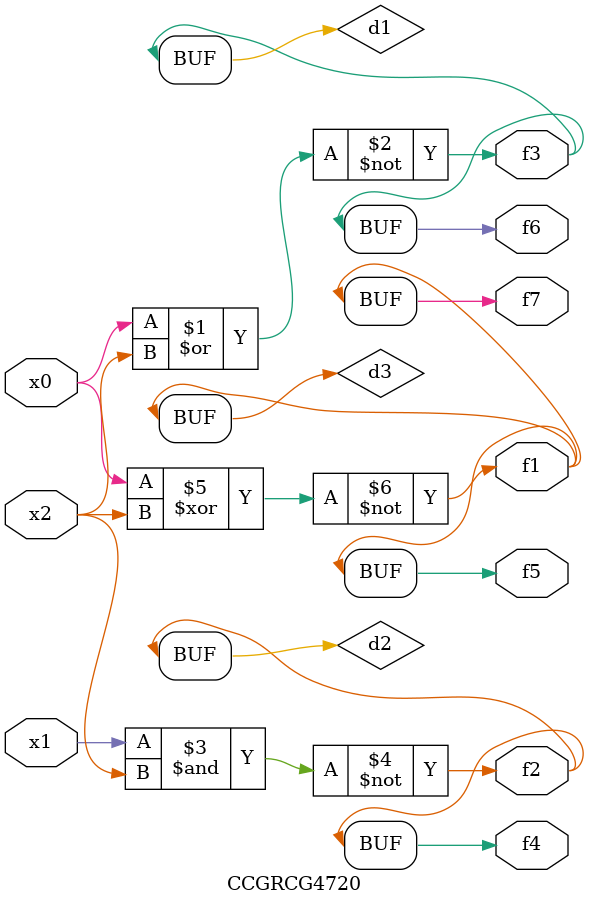
<source format=v>
module CCGRCG4720(
	input x0, x1, x2,
	output f1, f2, f3, f4, f5, f6, f7
);

	wire d1, d2, d3;

	nor (d1, x0, x2);
	nand (d2, x1, x2);
	xnor (d3, x0, x2);
	assign f1 = d3;
	assign f2 = d2;
	assign f3 = d1;
	assign f4 = d2;
	assign f5 = d3;
	assign f6 = d1;
	assign f7 = d3;
endmodule

</source>
